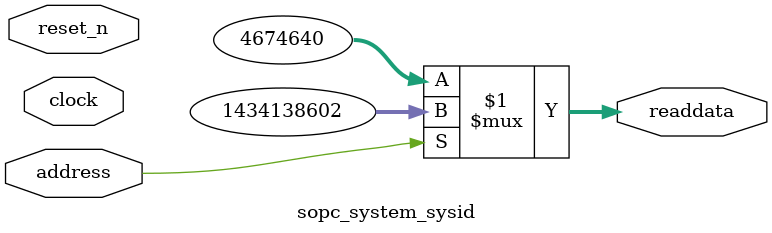
<source format=v>

`timescale 1ns / 1ps
// synthesis translate_on

// turn off superfluous verilog processor warnings 
// altera message_level Level1 
// altera message_off 10034 10035 10036 10037 10230 10240 10030 

module sopc_system_sysid (
               // inputs:
                address,
                clock,
                reset_n,

               // outputs:
                readdata
             )
;

  output  [ 31: 0] readdata;
  input            address;
  input            clock;
  input            reset_n;

  wire    [ 31: 0] readdata;
  //control_slave, which is an e_avalon_slave
  assign readdata = address ? 1434138602 : 4674640;

endmodule




</source>
